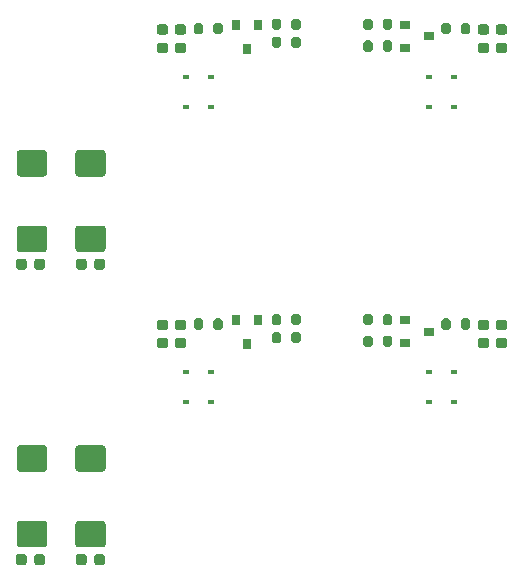
<source format=gbr>
%TF.GenerationSoftware,KiCad,Pcbnew,(5.1.10)-1*%
%TF.CreationDate,2022-01-17T19:26:08+07:00*%
%TF.ProjectId,Fan_controller_v3_pnlz1x2,46616e5f-636f-46e7-9472-6f6c6c65725f,rev?*%
%TF.SameCoordinates,Original*%
%TF.FileFunction,Paste,Bot*%
%TF.FilePolarity,Positive*%
%FSLAX46Y46*%
G04 Gerber Fmt 4.6, Leading zero omitted, Abs format (unit mm)*
G04 Created by KiCad (PCBNEW (5.1.10)-1) date 2022-01-17 19:26:08*
%MOMM*%
%LPD*%
G01*
G04 APERTURE LIST*
%ADD10R,0.600000X0.450000*%
%ADD11R,0.800000X0.900000*%
%ADD12R,0.900000X0.800000*%
G04 APERTURE END LIST*
%TO.C,C3*%
G36*
G01*
X97241000Y-92491500D02*
X97741000Y-92491500D01*
G75*
G02*
X97966000Y-92716500I0J-225000D01*
G01*
X97966000Y-93166500D01*
G75*
G02*
X97741000Y-93391500I-225000J0D01*
G01*
X97241000Y-93391500D01*
G75*
G02*
X97016000Y-93166500I0J225000D01*
G01*
X97016000Y-92716500D01*
G75*
G02*
X97241000Y-92491500I225000J0D01*
G01*
G37*
G36*
G01*
X97241000Y-94041500D02*
X97741000Y-94041500D01*
G75*
G02*
X97966000Y-94266500I0J-225000D01*
G01*
X97966000Y-94716500D01*
G75*
G02*
X97741000Y-94941500I-225000J0D01*
G01*
X97241000Y-94941500D01*
G75*
G02*
X97016000Y-94716500I0J225000D01*
G01*
X97016000Y-94266500D01*
G75*
G02*
X97241000Y-94041500I225000J0D01*
G01*
G37*
%TD*%
%TO.C,C4*%
G36*
G01*
X95717000Y-92491500D02*
X96217000Y-92491500D01*
G75*
G02*
X96442000Y-92716500I0J-225000D01*
G01*
X96442000Y-93166500D01*
G75*
G02*
X96217000Y-93391500I-225000J0D01*
G01*
X95717000Y-93391500D01*
G75*
G02*
X95492000Y-93166500I0J225000D01*
G01*
X95492000Y-92716500D01*
G75*
G02*
X95717000Y-92491500I225000J0D01*
G01*
G37*
G36*
G01*
X95717000Y-94041500D02*
X96217000Y-94041500D01*
G75*
G02*
X96442000Y-94266500I0J-225000D01*
G01*
X96442000Y-94716500D01*
G75*
G02*
X96217000Y-94941500I-225000J0D01*
G01*
X95717000Y-94941500D01*
G75*
G02*
X95492000Y-94716500I0J225000D01*
G01*
X95492000Y-94266500D01*
G75*
G02*
X95717000Y-94041500I225000J0D01*
G01*
G37*
%TD*%
%TO.C,C11*%
G36*
G01*
X124419000Y-92491500D02*
X124919000Y-92491500D01*
G75*
G02*
X125144000Y-92716500I0J-225000D01*
G01*
X125144000Y-93166500D01*
G75*
G02*
X124919000Y-93391500I-225000J0D01*
G01*
X124419000Y-93391500D01*
G75*
G02*
X124194000Y-93166500I0J225000D01*
G01*
X124194000Y-92716500D01*
G75*
G02*
X124419000Y-92491500I225000J0D01*
G01*
G37*
G36*
G01*
X124419000Y-94041500D02*
X124919000Y-94041500D01*
G75*
G02*
X125144000Y-94266500I0J-225000D01*
G01*
X125144000Y-94716500D01*
G75*
G02*
X124919000Y-94941500I-225000J0D01*
G01*
X124419000Y-94941500D01*
G75*
G02*
X124194000Y-94716500I0J225000D01*
G01*
X124194000Y-94266500D01*
G75*
G02*
X124419000Y-94041500I225000J0D01*
G01*
G37*
%TD*%
%TO.C,C12*%
G36*
G01*
X122895000Y-92491500D02*
X123395000Y-92491500D01*
G75*
G02*
X123620000Y-92716500I0J-225000D01*
G01*
X123620000Y-93166500D01*
G75*
G02*
X123395000Y-93391500I-225000J0D01*
G01*
X122895000Y-93391500D01*
G75*
G02*
X122670000Y-93166500I0J225000D01*
G01*
X122670000Y-92716500D01*
G75*
G02*
X122895000Y-92491500I225000J0D01*
G01*
G37*
G36*
G01*
X122895000Y-94041500D02*
X123395000Y-94041500D01*
G75*
G02*
X123620000Y-94266500I0J-225000D01*
G01*
X123620000Y-94716500D01*
G75*
G02*
X123395000Y-94941500I-225000J0D01*
G01*
X122895000Y-94941500D01*
G75*
G02*
X122670000Y-94716500I0J225000D01*
G01*
X122670000Y-94266500D01*
G75*
G02*
X122895000Y-94041500I225000J0D01*
G01*
G37*
%TD*%
%TO.C,C1*%
G36*
G01*
X85943001Y-111783000D02*
X83892999Y-111783000D01*
G75*
G02*
X83643000Y-111533001I0J249999D01*
G01*
X83643000Y-109782999D01*
G75*
G02*
X83892999Y-109533000I249999J0D01*
G01*
X85943001Y-109533000D01*
G75*
G02*
X86193000Y-109782999I0J-249999D01*
G01*
X86193000Y-111533001D01*
G75*
G02*
X85943001Y-111783000I-249999J0D01*
G01*
G37*
G36*
G01*
X85943001Y-105383000D02*
X83892999Y-105383000D01*
G75*
G02*
X83643000Y-105133001I0J249999D01*
G01*
X83643000Y-103382999D01*
G75*
G02*
X83892999Y-103133000I249999J0D01*
G01*
X85943001Y-103133000D01*
G75*
G02*
X86193000Y-103382999I0J-249999D01*
G01*
X86193000Y-105133001D01*
G75*
G02*
X85943001Y-105383000I-249999J0D01*
G01*
G37*
%TD*%
%TO.C,C2*%
G36*
G01*
X83566000Y-113067000D02*
X83566000Y-112567000D01*
G75*
G02*
X83791000Y-112342000I225000J0D01*
G01*
X84241000Y-112342000D01*
G75*
G02*
X84466000Y-112567000I0J-225000D01*
G01*
X84466000Y-113067000D01*
G75*
G02*
X84241000Y-113292000I-225000J0D01*
G01*
X83791000Y-113292000D01*
G75*
G02*
X83566000Y-113067000I0J225000D01*
G01*
G37*
G36*
G01*
X85116000Y-113067000D02*
X85116000Y-112567000D01*
G75*
G02*
X85341000Y-112342000I225000J0D01*
G01*
X85791000Y-112342000D01*
G75*
G02*
X86016000Y-112567000I0J-225000D01*
G01*
X86016000Y-113067000D01*
G75*
G02*
X85791000Y-113292000I-225000J0D01*
G01*
X85341000Y-113292000D01*
G75*
G02*
X85116000Y-113067000I0J225000D01*
G01*
G37*
%TD*%
%TO.C,C6*%
G36*
G01*
X88646000Y-113067000D02*
X88646000Y-112567000D01*
G75*
G02*
X88871000Y-112342000I225000J0D01*
G01*
X89321000Y-112342000D01*
G75*
G02*
X89546000Y-112567000I0J-225000D01*
G01*
X89546000Y-113067000D01*
G75*
G02*
X89321000Y-113292000I-225000J0D01*
G01*
X88871000Y-113292000D01*
G75*
G02*
X88646000Y-113067000I0J225000D01*
G01*
G37*
G36*
G01*
X90196000Y-113067000D02*
X90196000Y-112567000D01*
G75*
G02*
X90421000Y-112342000I225000J0D01*
G01*
X90871000Y-112342000D01*
G75*
G02*
X91096000Y-112567000I0J-225000D01*
G01*
X91096000Y-113067000D01*
G75*
G02*
X90871000Y-113292000I-225000J0D01*
G01*
X90421000Y-113292000D01*
G75*
G02*
X90196000Y-113067000I0J225000D01*
G01*
G37*
%TD*%
%TO.C,C9*%
G36*
G01*
X90896001Y-111783000D02*
X88845999Y-111783000D01*
G75*
G02*
X88596000Y-111533001I0J249999D01*
G01*
X88596000Y-109782999D01*
G75*
G02*
X88845999Y-109533000I249999J0D01*
G01*
X90896001Y-109533000D01*
G75*
G02*
X91146000Y-109782999I0J-249999D01*
G01*
X91146000Y-111533001D01*
G75*
G02*
X90896001Y-111783000I-249999J0D01*
G01*
G37*
G36*
G01*
X90896001Y-105383000D02*
X88845999Y-105383000D01*
G75*
G02*
X88596000Y-105133001I0J249999D01*
G01*
X88596000Y-103382999D01*
G75*
G02*
X88845999Y-103133000I249999J0D01*
G01*
X90896001Y-103133000D01*
G75*
G02*
X91146000Y-103382999I0J-249999D01*
G01*
X91146000Y-105133001D01*
G75*
G02*
X90896001Y-105383000I-249999J0D01*
G01*
G37*
%TD*%
D10*
%TO.C,D1*%
X97999000Y-96942000D03*
X100099000Y-96942000D03*
%TD*%
%TO.C,D2*%
X97999000Y-99482000D03*
X100099000Y-99482000D03*
%TD*%
%TO.C,D3*%
X118573000Y-96942000D03*
X120673000Y-96942000D03*
%TD*%
%TO.C,D4*%
X118573000Y-99482000D03*
X120673000Y-99482000D03*
%TD*%
%TO.C,R5*%
G36*
G01*
X101065000Y-92603000D02*
X101065000Y-93153000D01*
G75*
G02*
X100865000Y-93353000I-200000J0D01*
G01*
X100465000Y-93353000D01*
G75*
G02*
X100265000Y-93153000I0J200000D01*
G01*
X100265000Y-92603000D01*
G75*
G02*
X100465000Y-92403000I200000J0D01*
G01*
X100865000Y-92403000D01*
G75*
G02*
X101065000Y-92603000I0J-200000D01*
G01*
G37*
G36*
G01*
X99415000Y-92603000D02*
X99415000Y-93153000D01*
G75*
G02*
X99215000Y-93353000I-200000J0D01*
G01*
X98815000Y-93353000D01*
G75*
G02*
X98615000Y-93153000I0J200000D01*
G01*
X98615000Y-92603000D01*
G75*
G02*
X98815000Y-92403000I200000J0D01*
G01*
X99215000Y-92403000D01*
G75*
G02*
X99415000Y-92603000I0J-200000D01*
G01*
G37*
%TD*%
%TO.C,R17*%
G36*
G01*
X119571000Y-93153000D02*
X119571000Y-92603000D01*
G75*
G02*
X119771000Y-92403000I200000J0D01*
G01*
X120171000Y-92403000D01*
G75*
G02*
X120371000Y-92603000I0J-200000D01*
G01*
X120371000Y-93153000D01*
G75*
G02*
X120171000Y-93353000I-200000J0D01*
G01*
X119771000Y-93353000D01*
G75*
G02*
X119571000Y-93153000I0J200000D01*
G01*
G37*
G36*
G01*
X121221000Y-93153000D02*
X121221000Y-92603000D01*
G75*
G02*
X121421000Y-92403000I200000J0D01*
G01*
X121821000Y-92403000D01*
G75*
G02*
X122021000Y-92603000I0J-200000D01*
G01*
X122021000Y-93153000D01*
G75*
G02*
X121821000Y-93353000I-200000J0D01*
G01*
X121421000Y-93353000D01*
G75*
G02*
X121221000Y-93153000I0J200000D01*
G01*
G37*
%TD*%
D11*
%TO.C,Q1*%
X102195000Y-92560500D03*
X104095000Y-92560500D03*
X103145000Y-94560500D03*
%TD*%
D12*
%TO.C,Q5*%
X116541000Y-94460500D03*
X116541000Y-92560500D03*
X118541000Y-93510500D03*
%TD*%
%TO.C,R1*%
G36*
G01*
X105219000Y-94296000D02*
X105219000Y-93746000D01*
G75*
G02*
X105419000Y-93546000I200000J0D01*
G01*
X105819000Y-93546000D01*
G75*
G02*
X106019000Y-93746000I0J-200000D01*
G01*
X106019000Y-94296000D01*
G75*
G02*
X105819000Y-94496000I-200000J0D01*
G01*
X105419000Y-94496000D01*
G75*
G02*
X105219000Y-94296000I0J200000D01*
G01*
G37*
G36*
G01*
X106869000Y-94296000D02*
X106869000Y-93746000D01*
G75*
G02*
X107069000Y-93546000I200000J0D01*
G01*
X107469000Y-93546000D01*
G75*
G02*
X107669000Y-93746000I0J-200000D01*
G01*
X107669000Y-94296000D01*
G75*
G02*
X107469000Y-94496000I-200000J0D01*
G01*
X107069000Y-94496000D01*
G75*
G02*
X106869000Y-94296000I0J200000D01*
G01*
G37*
%TD*%
%TO.C,R3*%
G36*
G01*
X107669000Y-92222000D02*
X107669000Y-92772000D01*
G75*
G02*
X107469000Y-92972000I-200000J0D01*
G01*
X107069000Y-92972000D01*
G75*
G02*
X106869000Y-92772000I0J200000D01*
G01*
X106869000Y-92222000D01*
G75*
G02*
X107069000Y-92022000I200000J0D01*
G01*
X107469000Y-92022000D01*
G75*
G02*
X107669000Y-92222000I0J-200000D01*
G01*
G37*
G36*
G01*
X106019000Y-92222000D02*
X106019000Y-92772000D01*
G75*
G02*
X105819000Y-92972000I-200000J0D01*
G01*
X105419000Y-92972000D01*
G75*
G02*
X105219000Y-92772000I0J200000D01*
G01*
X105219000Y-92222000D01*
G75*
G02*
X105419000Y-92022000I200000J0D01*
G01*
X105819000Y-92022000D01*
G75*
G02*
X106019000Y-92222000I0J-200000D01*
G01*
G37*
%TD*%
%TO.C,R13*%
G36*
G01*
X112966000Y-94613500D02*
X112966000Y-94063500D01*
G75*
G02*
X113166000Y-93863500I200000J0D01*
G01*
X113566000Y-93863500D01*
G75*
G02*
X113766000Y-94063500I0J-200000D01*
G01*
X113766000Y-94613500D01*
G75*
G02*
X113566000Y-94813500I-200000J0D01*
G01*
X113166000Y-94813500D01*
G75*
G02*
X112966000Y-94613500I0J200000D01*
G01*
G37*
G36*
G01*
X114616000Y-94613500D02*
X114616000Y-94063500D01*
G75*
G02*
X114816000Y-93863500I200000J0D01*
G01*
X115216000Y-93863500D01*
G75*
G02*
X115416000Y-94063500I0J-200000D01*
G01*
X115416000Y-94613500D01*
G75*
G02*
X115216000Y-94813500I-200000J0D01*
G01*
X114816000Y-94813500D01*
G75*
G02*
X114616000Y-94613500I0J200000D01*
G01*
G37*
%TD*%
%TO.C,R15*%
G36*
G01*
X112967000Y-92772000D02*
X112967000Y-92222000D01*
G75*
G02*
X113167000Y-92022000I200000J0D01*
G01*
X113567000Y-92022000D01*
G75*
G02*
X113767000Y-92222000I0J-200000D01*
G01*
X113767000Y-92772000D01*
G75*
G02*
X113567000Y-92972000I-200000J0D01*
G01*
X113167000Y-92972000D01*
G75*
G02*
X112967000Y-92772000I0J200000D01*
G01*
G37*
G36*
G01*
X114617000Y-92772000D02*
X114617000Y-92222000D01*
G75*
G02*
X114817000Y-92022000I200000J0D01*
G01*
X115217000Y-92022000D01*
G75*
G02*
X115417000Y-92222000I0J-200000D01*
G01*
X115417000Y-92772000D01*
G75*
G02*
X115217000Y-92972000I-200000J0D01*
G01*
X114817000Y-92972000D01*
G75*
G02*
X114617000Y-92772000I0J200000D01*
G01*
G37*
%TD*%
%TO.C,R15*%
G36*
G01*
X114617000Y-67772000D02*
X114617000Y-67222000D01*
G75*
G02*
X114817000Y-67022000I200000J0D01*
G01*
X115217000Y-67022000D01*
G75*
G02*
X115417000Y-67222000I0J-200000D01*
G01*
X115417000Y-67772000D01*
G75*
G02*
X115217000Y-67972000I-200000J0D01*
G01*
X114817000Y-67972000D01*
G75*
G02*
X114617000Y-67772000I0J200000D01*
G01*
G37*
G36*
G01*
X112967000Y-67772000D02*
X112967000Y-67222000D01*
G75*
G02*
X113167000Y-67022000I200000J0D01*
G01*
X113567000Y-67022000D01*
G75*
G02*
X113767000Y-67222000I0J-200000D01*
G01*
X113767000Y-67772000D01*
G75*
G02*
X113567000Y-67972000I-200000J0D01*
G01*
X113167000Y-67972000D01*
G75*
G02*
X112967000Y-67772000I0J200000D01*
G01*
G37*
%TD*%
%TO.C,R13*%
G36*
G01*
X114616000Y-69613500D02*
X114616000Y-69063500D01*
G75*
G02*
X114816000Y-68863500I200000J0D01*
G01*
X115216000Y-68863500D01*
G75*
G02*
X115416000Y-69063500I0J-200000D01*
G01*
X115416000Y-69613500D01*
G75*
G02*
X115216000Y-69813500I-200000J0D01*
G01*
X114816000Y-69813500D01*
G75*
G02*
X114616000Y-69613500I0J200000D01*
G01*
G37*
G36*
G01*
X112966000Y-69613500D02*
X112966000Y-69063500D01*
G75*
G02*
X113166000Y-68863500I200000J0D01*
G01*
X113566000Y-68863500D01*
G75*
G02*
X113766000Y-69063500I0J-200000D01*
G01*
X113766000Y-69613500D01*
G75*
G02*
X113566000Y-69813500I-200000J0D01*
G01*
X113166000Y-69813500D01*
G75*
G02*
X112966000Y-69613500I0J200000D01*
G01*
G37*
%TD*%
%TO.C,R3*%
G36*
G01*
X106019000Y-67222000D02*
X106019000Y-67772000D01*
G75*
G02*
X105819000Y-67972000I-200000J0D01*
G01*
X105419000Y-67972000D01*
G75*
G02*
X105219000Y-67772000I0J200000D01*
G01*
X105219000Y-67222000D01*
G75*
G02*
X105419000Y-67022000I200000J0D01*
G01*
X105819000Y-67022000D01*
G75*
G02*
X106019000Y-67222000I0J-200000D01*
G01*
G37*
G36*
G01*
X107669000Y-67222000D02*
X107669000Y-67772000D01*
G75*
G02*
X107469000Y-67972000I-200000J0D01*
G01*
X107069000Y-67972000D01*
G75*
G02*
X106869000Y-67772000I0J200000D01*
G01*
X106869000Y-67222000D01*
G75*
G02*
X107069000Y-67022000I200000J0D01*
G01*
X107469000Y-67022000D01*
G75*
G02*
X107669000Y-67222000I0J-200000D01*
G01*
G37*
%TD*%
%TO.C,R1*%
G36*
G01*
X106869000Y-69296000D02*
X106869000Y-68746000D01*
G75*
G02*
X107069000Y-68546000I200000J0D01*
G01*
X107469000Y-68546000D01*
G75*
G02*
X107669000Y-68746000I0J-200000D01*
G01*
X107669000Y-69296000D01*
G75*
G02*
X107469000Y-69496000I-200000J0D01*
G01*
X107069000Y-69496000D01*
G75*
G02*
X106869000Y-69296000I0J200000D01*
G01*
G37*
G36*
G01*
X105219000Y-69296000D02*
X105219000Y-68746000D01*
G75*
G02*
X105419000Y-68546000I200000J0D01*
G01*
X105819000Y-68546000D01*
G75*
G02*
X106019000Y-68746000I0J-200000D01*
G01*
X106019000Y-69296000D01*
G75*
G02*
X105819000Y-69496000I-200000J0D01*
G01*
X105419000Y-69496000D01*
G75*
G02*
X105219000Y-69296000I0J200000D01*
G01*
G37*
%TD*%
%TO.C,Q5*%
X118541000Y-68510500D03*
X116541000Y-67560500D03*
X116541000Y-69460500D03*
%TD*%
D11*
%TO.C,Q1*%
X103145000Y-69560500D03*
X104095000Y-67560500D03*
X102195000Y-67560500D03*
%TD*%
%TO.C,R17*%
G36*
G01*
X121221000Y-68153000D02*
X121221000Y-67603000D01*
G75*
G02*
X121421000Y-67403000I200000J0D01*
G01*
X121821000Y-67403000D01*
G75*
G02*
X122021000Y-67603000I0J-200000D01*
G01*
X122021000Y-68153000D01*
G75*
G02*
X121821000Y-68353000I-200000J0D01*
G01*
X121421000Y-68353000D01*
G75*
G02*
X121221000Y-68153000I0J200000D01*
G01*
G37*
G36*
G01*
X119571000Y-68153000D02*
X119571000Y-67603000D01*
G75*
G02*
X119771000Y-67403000I200000J0D01*
G01*
X120171000Y-67403000D01*
G75*
G02*
X120371000Y-67603000I0J-200000D01*
G01*
X120371000Y-68153000D01*
G75*
G02*
X120171000Y-68353000I-200000J0D01*
G01*
X119771000Y-68353000D01*
G75*
G02*
X119571000Y-68153000I0J200000D01*
G01*
G37*
%TD*%
%TO.C,R5*%
G36*
G01*
X99415000Y-67603000D02*
X99415000Y-68153000D01*
G75*
G02*
X99215000Y-68353000I-200000J0D01*
G01*
X98815000Y-68353000D01*
G75*
G02*
X98615000Y-68153000I0J200000D01*
G01*
X98615000Y-67603000D01*
G75*
G02*
X98815000Y-67403000I200000J0D01*
G01*
X99215000Y-67403000D01*
G75*
G02*
X99415000Y-67603000I0J-200000D01*
G01*
G37*
G36*
G01*
X101065000Y-67603000D02*
X101065000Y-68153000D01*
G75*
G02*
X100865000Y-68353000I-200000J0D01*
G01*
X100465000Y-68353000D01*
G75*
G02*
X100265000Y-68153000I0J200000D01*
G01*
X100265000Y-67603000D01*
G75*
G02*
X100465000Y-67403000I200000J0D01*
G01*
X100865000Y-67403000D01*
G75*
G02*
X101065000Y-67603000I0J-200000D01*
G01*
G37*
%TD*%
D10*
%TO.C,D4*%
X120673000Y-74482000D03*
X118573000Y-74482000D03*
%TD*%
%TO.C,D3*%
X120673000Y-71942000D03*
X118573000Y-71942000D03*
%TD*%
%TO.C,D2*%
X100099000Y-74482000D03*
X97999000Y-74482000D03*
%TD*%
%TO.C,D1*%
X100099000Y-71942000D03*
X97999000Y-71942000D03*
%TD*%
%TO.C,C9*%
G36*
G01*
X90896001Y-80383000D02*
X88845999Y-80383000D01*
G75*
G02*
X88596000Y-80133001I0J249999D01*
G01*
X88596000Y-78382999D01*
G75*
G02*
X88845999Y-78133000I249999J0D01*
G01*
X90896001Y-78133000D01*
G75*
G02*
X91146000Y-78382999I0J-249999D01*
G01*
X91146000Y-80133001D01*
G75*
G02*
X90896001Y-80383000I-249999J0D01*
G01*
G37*
G36*
G01*
X90896001Y-86783000D02*
X88845999Y-86783000D01*
G75*
G02*
X88596000Y-86533001I0J249999D01*
G01*
X88596000Y-84782999D01*
G75*
G02*
X88845999Y-84533000I249999J0D01*
G01*
X90896001Y-84533000D01*
G75*
G02*
X91146000Y-84782999I0J-249999D01*
G01*
X91146000Y-86533001D01*
G75*
G02*
X90896001Y-86783000I-249999J0D01*
G01*
G37*
%TD*%
%TO.C,C6*%
G36*
G01*
X90196000Y-88067000D02*
X90196000Y-87567000D01*
G75*
G02*
X90421000Y-87342000I225000J0D01*
G01*
X90871000Y-87342000D01*
G75*
G02*
X91096000Y-87567000I0J-225000D01*
G01*
X91096000Y-88067000D01*
G75*
G02*
X90871000Y-88292000I-225000J0D01*
G01*
X90421000Y-88292000D01*
G75*
G02*
X90196000Y-88067000I0J225000D01*
G01*
G37*
G36*
G01*
X88646000Y-88067000D02*
X88646000Y-87567000D01*
G75*
G02*
X88871000Y-87342000I225000J0D01*
G01*
X89321000Y-87342000D01*
G75*
G02*
X89546000Y-87567000I0J-225000D01*
G01*
X89546000Y-88067000D01*
G75*
G02*
X89321000Y-88292000I-225000J0D01*
G01*
X88871000Y-88292000D01*
G75*
G02*
X88646000Y-88067000I0J225000D01*
G01*
G37*
%TD*%
%TO.C,C2*%
G36*
G01*
X85116000Y-88067000D02*
X85116000Y-87567000D01*
G75*
G02*
X85341000Y-87342000I225000J0D01*
G01*
X85791000Y-87342000D01*
G75*
G02*
X86016000Y-87567000I0J-225000D01*
G01*
X86016000Y-88067000D01*
G75*
G02*
X85791000Y-88292000I-225000J0D01*
G01*
X85341000Y-88292000D01*
G75*
G02*
X85116000Y-88067000I0J225000D01*
G01*
G37*
G36*
G01*
X83566000Y-88067000D02*
X83566000Y-87567000D01*
G75*
G02*
X83791000Y-87342000I225000J0D01*
G01*
X84241000Y-87342000D01*
G75*
G02*
X84466000Y-87567000I0J-225000D01*
G01*
X84466000Y-88067000D01*
G75*
G02*
X84241000Y-88292000I-225000J0D01*
G01*
X83791000Y-88292000D01*
G75*
G02*
X83566000Y-88067000I0J225000D01*
G01*
G37*
%TD*%
%TO.C,C1*%
G36*
G01*
X85943001Y-80383000D02*
X83892999Y-80383000D01*
G75*
G02*
X83643000Y-80133001I0J249999D01*
G01*
X83643000Y-78382999D01*
G75*
G02*
X83892999Y-78133000I249999J0D01*
G01*
X85943001Y-78133000D01*
G75*
G02*
X86193000Y-78382999I0J-249999D01*
G01*
X86193000Y-80133001D01*
G75*
G02*
X85943001Y-80383000I-249999J0D01*
G01*
G37*
G36*
G01*
X85943001Y-86783000D02*
X83892999Y-86783000D01*
G75*
G02*
X83643000Y-86533001I0J249999D01*
G01*
X83643000Y-84782999D01*
G75*
G02*
X83892999Y-84533000I249999J0D01*
G01*
X85943001Y-84533000D01*
G75*
G02*
X86193000Y-84782999I0J-249999D01*
G01*
X86193000Y-86533001D01*
G75*
G02*
X85943001Y-86783000I-249999J0D01*
G01*
G37*
%TD*%
%TO.C,C12*%
G36*
G01*
X122895000Y-69041500D02*
X123395000Y-69041500D01*
G75*
G02*
X123620000Y-69266500I0J-225000D01*
G01*
X123620000Y-69716500D01*
G75*
G02*
X123395000Y-69941500I-225000J0D01*
G01*
X122895000Y-69941500D01*
G75*
G02*
X122670000Y-69716500I0J225000D01*
G01*
X122670000Y-69266500D01*
G75*
G02*
X122895000Y-69041500I225000J0D01*
G01*
G37*
G36*
G01*
X122895000Y-67491500D02*
X123395000Y-67491500D01*
G75*
G02*
X123620000Y-67716500I0J-225000D01*
G01*
X123620000Y-68166500D01*
G75*
G02*
X123395000Y-68391500I-225000J0D01*
G01*
X122895000Y-68391500D01*
G75*
G02*
X122670000Y-68166500I0J225000D01*
G01*
X122670000Y-67716500D01*
G75*
G02*
X122895000Y-67491500I225000J0D01*
G01*
G37*
%TD*%
%TO.C,C11*%
G36*
G01*
X124419000Y-69041500D02*
X124919000Y-69041500D01*
G75*
G02*
X125144000Y-69266500I0J-225000D01*
G01*
X125144000Y-69716500D01*
G75*
G02*
X124919000Y-69941500I-225000J0D01*
G01*
X124419000Y-69941500D01*
G75*
G02*
X124194000Y-69716500I0J225000D01*
G01*
X124194000Y-69266500D01*
G75*
G02*
X124419000Y-69041500I225000J0D01*
G01*
G37*
G36*
G01*
X124419000Y-67491500D02*
X124919000Y-67491500D01*
G75*
G02*
X125144000Y-67716500I0J-225000D01*
G01*
X125144000Y-68166500D01*
G75*
G02*
X124919000Y-68391500I-225000J0D01*
G01*
X124419000Y-68391500D01*
G75*
G02*
X124194000Y-68166500I0J225000D01*
G01*
X124194000Y-67716500D01*
G75*
G02*
X124419000Y-67491500I225000J0D01*
G01*
G37*
%TD*%
%TO.C,C4*%
G36*
G01*
X95717000Y-69041500D02*
X96217000Y-69041500D01*
G75*
G02*
X96442000Y-69266500I0J-225000D01*
G01*
X96442000Y-69716500D01*
G75*
G02*
X96217000Y-69941500I-225000J0D01*
G01*
X95717000Y-69941500D01*
G75*
G02*
X95492000Y-69716500I0J225000D01*
G01*
X95492000Y-69266500D01*
G75*
G02*
X95717000Y-69041500I225000J0D01*
G01*
G37*
G36*
G01*
X95717000Y-67491500D02*
X96217000Y-67491500D01*
G75*
G02*
X96442000Y-67716500I0J-225000D01*
G01*
X96442000Y-68166500D01*
G75*
G02*
X96217000Y-68391500I-225000J0D01*
G01*
X95717000Y-68391500D01*
G75*
G02*
X95492000Y-68166500I0J225000D01*
G01*
X95492000Y-67716500D01*
G75*
G02*
X95717000Y-67491500I225000J0D01*
G01*
G37*
%TD*%
%TO.C,C3*%
G36*
G01*
X97241000Y-69041500D02*
X97741000Y-69041500D01*
G75*
G02*
X97966000Y-69266500I0J-225000D01*
G01*
X97966000Y-69716500D01*
G75*
G02*
X97741000Y-69941500I-225000J0D01*
G01*
X97241000Y-69941500D01*
G75*
G02*
X97016000Y-69716500I0J225000D01*
G01*
X97016000Y-69266500D01*
G75*
G02*
X97241000Y-69041500I225000J0D01*
G01*
G37*
G36*
G01*
X97241000Y-67491500D02*
X97741000Y-67491500D01*
G75*
G02*
X97966000Y-67716500I0J-225000D01*
G01*
X97966000Y-68166500D01*
G75*
G02*
X97741000Y-68391500I-225000J0D01*
G01*
X97241000Y-68391500D01*
G75*
G02*
X97016000Y-68166500I0J225000D01*
G01*
X97016000Y-67716500D01*
G75*
G02*
X97241000Y-67491500I225000J0D01*
G01*
G37*
%TD*%
M02*

</source>
